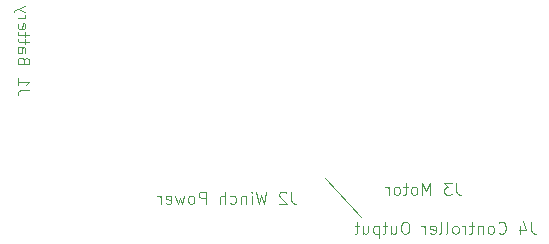
<source format=gbr>
%TF.GenerationSoftware,KiCad,Pcbnew,8.0.6*%
%TF.CreationDate,2025-01-03T13:59:32-07:00*%
%TF.ProjectId,Shutter current limit,53687574-7465-4722-9063-757272656e74,rev?*%
%TF.SameCoordinates,Original*%
%TF.FileFunction,Legend,Bot*%
%TF.FilePolarity,Positive*%
%FSLAX46Y46*%
G04 Gerber Fmt 4.6, Leading zero omitted, Abs format (unit mm)*
G04 Created by KiCad (PCBNEW 8.0.6) date 2025-01-03 13:59:32*
%MOMM*%
%LPD*%
G01*
G04 APERTURE LIST*
%ADD10C,0.100000*%
G04 APERTURE END LIST*
D10*
X94488000Y-138176000D02*
X91440000Y-134874000D01*
X66405580Y-127426401D02*
X65691295Y-127426401D01*
X65691295Y-127426401D02*
X65548438Y-127474020D01*
X65548438Y-127474020D02*
X65453200Y-127569258D01*
X65453200Y-127569258D02*
X65405580Y-127712115D01*
X65405580Y-127712115D02*
X65405580Y-127807353D01*
X65405580Y-126426401D02*
X65405580Y-126997829D01*
X65405580Y-126712115D02*
X66405580Y-126712115D01*
X66405580Y-126712115D02*
X66262723Y-126807353D01*
X66262723Y-126807353D02*
X66167485Y-126902591D01*
X66167485Y-126902591D02*
X66119866Y-126997829D01*
X65929390Y-124902591D02*
X65881771Y-124759734D01*
X65881771Y-124759734D02*
X65834152Y-124712115D01*
X65834152Y-124712115D02*
X65738914Y-124664496D01*
X65738914Y-124664496D02*
X65596057Y-124664496D01*
X65596057Y-124664496D02*
X65500819Y-124712115D01*
X65500819Y-124712115D02*
X65453200Y-124759734D01*
X65453200Y-124759734D02*
X65405580Y-124854972D01*
X65405580Y-124854972D02*
X65405580Y-125235924D01*
X65405580Y-125235924D02*
X66405580Y-125235924D01*
X66405580Y-125235924D02*
X66405580Y-124902591D01*
X66405580Y-124902591D02*
X66357961Y-124807353D01*
X66357961Y-124807353D02*
X66310342Y-124759734D01*
X66310342Y-124759734D02*
X66215104Y-124712115D01*
X66215104Y-124712115D02*
X66119866Y-124712115D01*
X66119866Y-124712115D02*
X66024628Y-124759734D01*
X66024628Y-124759734D02*
X65977009Y-124807353D01*
X65977009Y-124807353D02*
X65929390Y-124902591D01*
X65929390Y-124902591D02*
X65929390Y-125235924D01*
X65405580Y-123807353D02*
X65929390Y-123807353D01*
X65929390Y-123807353D02*
X66024628Y-123854972D01*
X66024628Y-123854972D02*
X66072247Y-123950210D01*
X66072247Y-123950210D02*
X66072247Y-124140686D01*
X66072247Y-124140686D02*
X66024628Y-124235924D01*
X65453200Y-123807353D02*
X65405580Y-123902591D01*
X65405580Y-123902591D02*
X65405580Y-124140686D01*
X65405580Y-124140686D02*
X65453200Y-124235924D01*
X65453200Y-124235924D02*
X65548438Y-124283543D01*
X65548438Y-124283543D02*
X65643676Y-124283543D01*
X65643676Y-124283543D02*
X65738914Y-124235924D01*
X65738914Y-124235924D02*
X65786533Y-124140686D01*
X65786533Y-124140686D02*
X65786533Y-123902591D01*
X65786533Y-123902591D02*
X65834152Y-123807353D01*
X66072247Y-123474019D02*
X66072247Y-123093067D01*
X66405580Y-123331162D02*
X65548438Y-123331162D01*
X65548438Y-123331162D02*
X65453200Y-123283543D01*
X65453200Y-123283543D02*
X65405580Y-123188305D01*
X65405580Y-123188305D02*
X65405580Y-123093067D01*
X66072247Y-122902590D02*
X66072247Y-122521638D01*
X66405580Y-122759733D02*
X65548438Y-122759733D01*
X65548438Y-122759733D02*
X65453200Y-122712114D01*
X65453200Y-122712114D02*
X65405580Y-122616876D01*
X65405580Y-122616876D02*
X65405580Y-122521638D01*
X65453200Y-121807352D02*
X65405580Y-121902590D01*
X65405580Y-121902590D02*
X65405580Y-122093066D01*
X65405580Y-122093066D02*
X65453200Y-122188304D01*
X65453200Y-122188304D02*
X65548438Y-122235923D01*
X65548438Y-122235923D02*
X65929390Y-122235923D01*
X65929390Y-122235923D02*
X66024628Y-122188304D01*
X66024628Y-122188304D02*
X66072247Y-122093066D01*
X66072247Y-122093066D02*
X66072247Y-121902590D01*
X66072247Y-121902590D02*
X66024628Y-121807352D01*
X66024628Y-121807352D02*
X65929390Y-121759733D01*
X65929390Y-121759733D02*
X65834152Y-121759733D01*
X65834152Y-121759733D02*
X65738914Y-122235923D01*
X65405580Y-121331161D02*
X66072247Y-121331161D01*
X65881771Y-121331161D02*
X65977009Y-121283542D01*
X65977009Y-121283542D02*
X66024628Y-121235923D01*
X66024628Y-121235923D02*
X66072247Y-121140685D01*
X66072247Y-121140685D02*
X66072247Y-121045447D01*
X66072247Y-120807351D02*
X65405580Y-120569256D01*
X66072247Y-120331161D02*
X65405580Y-120569256D01*
X65405580Y-120569256D02*
X65167485Y-120664494D01*
X65167485Y-120664494D02*
X65119866Y-120712113D01*
X65119866Y-120712113D02*
X65072247Y-120807351D01*
X102534401Y-135270419D02*
X102534401Y-135984704D01*
X102534401Y-135984704D02*
X102582020Y-136127561D01*
X102582020Y-136127561D02*
X102677258Y-136222800D01*
X102677258Y-136222800D02*
X102820115Y-136270419D01*
X102820115Y-136270419D02*
X102915353Y-136270419D01*
X102153448Y-135270419D02*
X101534401Y-135270419D01*
X101534401Y-135270419D02*
X101867734Y-135651371D01*
X101867734Y-135651371D02*
X101724877Y-135651371D01*
X101724877Y-135651371D02*
X101629639Y-135698990D01*
X101629639Y-135698990D02*
X101582020Y-135746609D01*
X101582020Y-135746609D02*
X101534401Y-135841847D01*
X101534401Y-135841847D02*
X101534401Y-136079942D01*
X101534401Y-136079942D02*
X101582020Y-136175180D01*
X101582020Y-136175180D02*
X101629639Y-136222800D01*
X101629639Y-136222800D02*
X101724877Y-136270419D01*
X101724877Y-136270419D02*
X102010591Y-136270419D01*
X102010591Y-136270419D02*
X102105829Y-136222800D01*
X102105829Y-136222800D02*
X102153448Y-136175180D01*
X100343924Y-136270419D02*
X100343924Y-135270419D01*
X100343924Y-135270419D02*
X100010591Y-135984704D01*
X100010591Y-135984704D02*
X99677258Y-135270419D01*
X99677258Y-135270419D02*
X99677258Y-136270419D01*
X99058210Y-136270419D02*
X99153448Y-136222800D01*
X99153448Y-136222800D02*
X99201067Y-136175180D01*
X99201067Y-136175180D02*
X99248686Y-136079942D01*
X99248686Y-136079942D02*
X99248686Y-135794228D01*
X99248686Y-135794228D02*
X99201067Y-135698990D01*
X99201067Y-135698990D02*
X99153448Y-135651371D01*
X99153448Y-135651371D02*
X99058210Y-135603752D01*
X99058210Y-135603752D02*
X98915353Y-135603752D01*
X98915353Y-135603752D02*
X98820115Y-135651371D01*
X98820115Y-135651371D02*
X98772496Y-135698990D01*
X98772496Y-135698990D02*
X98724877Y-135794228D01*
X98724877Y-135794228D02*
X98724877Y-136079942D01*
X98724877Y-136079942D02*
X98772496Y-136175180D01*
X98772496Y-136175180D02*
X98820115Y-136222800D01*
X98820115Y-136222800D02*
X98915353Y-136270419D01*
X98915353Y-136270419D02*
X99058210Y-136270419D01*
X98439162Y-135603752D02*
X98058210Y-135603752D01*
X98296305Y-135270419D02*
X98296305Y-136127561D01*
X98296305Y-136127561D02*
X98248686Y-136222800D01*
X98248686Y-136222800D02*
X98153448Y-136270419D01*
X98153448Y-136270419D02*
X98058210Y-136270419D01*
X97582019Y-136270419D02*
X97677257Y-136222800D01*
X97677257Y-136222800D02*
X97724876Y-136175180D01*
X97724876Y-136175180D02*
X97772495Y-136079942D01*
X97772495Y-136079942D02*
X97772495Y-135794228D01*
X97772495Y-135794228D02*
X97724876Y-135698990D01*
X97724876Y-135698990D02*
X97677257Y-135651371D01*
X97677257Y-135651371D02*
X97582019Y-135603752D01*
X97582019Y-135603752D02*
X97439162Y-135603752D01*
X97439162Y-135603752D02*
X97343924Y-135651371D01*
X97343924Y-135651371D02*
X97296305Y-135698990D01*
X97296305Y-135698990D02*
X97248686Y-135794228D01*
X97248686Y-135794228D02*
X97248686Y-136079942D01*
X97248686Y-136079942D02*
X97296305Y-136175180D01*
X97296305Y-136175180D02*
X97343924Y-136222800D01*
X97343924Y-136222800D02*
X97439162Y-136270419D01*
X97439162Y-136270419D02*
X97582019Y-136270419D01*
X96820114Y-136270419D02*
X96820114Y-135603752D01*
X96820114Y-135794228D02*
X96772495Y-135698990D01*
X96772495Y-135698990D02*
X96724876Y-135651371D01*
X96724876Y-135651371D02*
X96629638Y-135603752D01*
X96629638Y-135603752D02*
X96534400Y-135603752D01*
X88564401Y-136032419D02*
X88564401Y-136746704D01*
X88564401Y-136746704D02*
X88612020Y-136889561D01*
X88612020Y-136889561D02*
X88707258Y-136984800D01*
X88707258Y-136984800D02*
X88850115Y-137032419D01*
X88850115Y-137032419D02*
X88945353Y-137032419D01*
X88135829Y-136127657D02*
X88088210Y-136080038D01*
X88088210Y-136080038D02*
X87992972Y-136032419D01*
X87992972Y-136032419D02*
X87754877Y-136032419D01*
X87754877Y-136032419D02*
X87659639Y-136080038D01*
X87659639Y-136080038D02*
X87612020Y-136127657D01*
X87612020Y-136127657D02*
X87564401Y-136222895D01*
X87564401Y-136222895D02*
X87564401Y-136318133D01*
X87564401Y-136318133D02*
X87612020Y-136460990D01*
X87612020Y-136460990D02*
X88183448Y-137032419D01*
X88183448Y-137032419D02*
X87564401Y-137032419D01*
X86469162Y-136032419D02*
X86231067Y-137032419D01*
X86231067Y-137032419D02*
X86040591Y-136318133D01*
X86040591Y-136318133D02*
X85850115Y-137032419D01*
X85850115Y-137032419D02*
X85612020Y-136032419D01*
X85231067Y-137032419D02*
X85231067Y-136365752D01*
X85231067Y-136032419D02*
X85278686Y-136080038D01*
X85278686Y-136080038D02*
X85231067Y-136127657D01*
X85231067Y-136127657D02*
X85183448Y-136080038D01*
X85183448Y-136080038D02*
X85231067Y-136032419D01*
X85231067Y-136032419D02*
X85231067Y-136127657D01*
X84754877Y-136365752D02*
X84754877Y-137032419D01*
X84754877Y-136460990D02*
X84707258Y-136413371D01*
X84707258Y-136413371D02*
X84612020Y-136365752D01*
X84612020Y-136365752D02*
X84469163Y-136365752D01*
X84469163Y-136365752D02*
X84373925Y-136413371D01*
X84373925Y-136413371D02*
X84326306Y-136508609D01*
X84326306Y-136508609D02*
X84326306Y-137032419D01*
X83421544Y-136984800D02*
X83516782Y-137032419D01*
X83516782Y-137032419D02*
X83707258Y-137032419D01*
X83707258Y-137032419D02*
X83802496Y-136984800D01*
X83802496Y-136984800D02*
X83850115Y-136937180D01*
X83850115Y-136937180D02*
X83897734Y-136841942D01*
X83897734Y-136841942D02*
X83897734Y-136556228D01*
X83897734Y-136556228D02*
X83850115Y-136460990D01*
X83850115Y-136460990D02*
X83802496Y-136413371D01*
X83802496Y-136413371D02*
X83707258Y-136365752D01*
X83707258Y-136365752D02*
X83516782Y-136365752D01*
X83516782Y-136365752D02*
X83421544Y-136413371D01*
X82992972Y-137032419D02*
X82992972Y-136032419D01*
X82564401Y-137032419D02*
X82564401Y-136508609D01*
X82564401Y-136508609D02*
X82612020Y-136413371D01*
X82612020Y-136413371D02*
X82707258Y-136365752D01*
X82707258Y-136365752D02*
X82850115Y-136365752D01*
X82850115Y-136365752D02*
X82945353Y-136413371D01*
X82945353Y-136413371D02*
X82992972Y-136460990D01*
X81326305Y-137032419D02*
X81326305Y-136032419D01*
X81326305Y-136032419D02*
X80945353Y-136032419D01*
X80945353Y-136032419D02*
X80850115Y-136080038D01*
X80850115Y-136080038D02*
X80802496Y-136127657D01*
X80802496Y-136127657D02*
X80754877Y-136222895D01*
X80754877Y-136222895D02*
X80754877Y-136365752D01*
X80754877Y-136365752D02*
X80802496Y-136460990D01*
X80802496Y-136460990D02*
X80850115Y-136508609D01*
X80850115Y-136508609D02*
X80945353Y-136556228D01*
X80945353Y-136556228D02*
X81326305Y-136556228D01*
X80183448Y-137032419D02*
X80278686Y-136984800D01*
X80278686Y-136984800D02*
X80326305Y-136937180D01*
X80326305Y-136937180D02*
X80373924Y-136841942D01*
X80373924Y-136841942D02*
X80373924Y-136556228D01*
X80373924Y-136556228D02*
X80326305Y-136460990D01*
X80326305Y-136460990D02*
X80278686Y-136413371D01*
X80278686Y-136413371D02*
X80183448Y-136365752D01*
X80183448Y-136365752D02*
X80040591Y-136365752D01*
X80040591Y-136365752D02*
X79945353Y-136413371D01*
X79945353Y-136413371D02*
X79897734Y-136460990D01*
X79897734Y-136460990D02*
X79850115Y-136556228D01*
X79850115Y-136556228D02*
X79850115Y-136841942D01*
X79850115Y-136841942D02*
X79897734Y-136937180D01*
X79897734Y-136937180D02*
X79945353Y-136984800D01*
X79945353Y-136984800D02*
X80040591Y-137032419D01*
X80040591Y-137032419D02*
X80183448Y-137032419D01*
X79516781Y-136365752D02*
X79326305Y-137032419D01*
X79326305Y-137032419D02*
X79135829Y-136556228D01*
X79135829Y-136556228D02*
X78945353Y-137032419D01*
X78945353Y-137032419D02*
X78754877Y-136365752D01*
X77992972Y-136984800D02*
X78088210Y-137032419D01*
X78088210Y-137032419D02*
X78278686Y-137032419D01*
X78278686Y-137032419D02*
X78373924Y-136984800D01*
X78373924Y-136984800D02*
X78421543Y-136889561D01*
X78421543Y-136889561D02*
X78421543Y-136508609D01*
X78421543Y-136508609D02*
X78373924Y-136413371D01*
X78373924Y-136413371D02*
X78278686Y-136365752D01*
X78278686Y-136365752D02*
X78088210Y-136365752D01*
X78088210Y-136365752D02*
X77992972Y-136413371D01*
X77992972Y-136413371D02*
X77945353Y-136508609D01*
X77945353Y-136508609D02*
X77945353Y-136603847D01*
X77945353Y-136603847D02*
X78421543Y-136699085D01*
X77516781Y-137032419D02*
X77516781Y-136365752D01*
X77516781Y-136556228D02*
X77469162Y-136460990D01*
X77469162Y-136460990D02*
X77421543Y-136413371D01*
X77421543Y-136413371D02*
X77326305Y-136365752D01*
X77326305Y-136365752D02*
X77231067Y-136365752D01*
X108884401Y-138572419D02*
X108884401Y-139286704D01*
X108884401Y-139286704D02*
X108932020Y-139429561D01*
X108932020Y-139429561D02*
X109027258Y-139524800D01*
X109027258Y-139524800D02*
X109170115Y-139572419D01*
X109170115Y-139572419D02*
X109265353Y-139572419D01*
X107979639Y-138905752D02*
X107979639Y-139572419D01*
X108217734Y-138524800D02*
X108455829Y-139239085D01*
X108455829Y-139239085D02*
X107836782Y-139239085D01*
X106122496Y-139477180D02*
X106170115Y-139524800D01*
X106170115Y-139524800D02*
X106312972Y-139572419D01*
X106312972Y-139572419D02*
X106408210Y-139572419D01*
X106408210Y-139572419D02*
X106551067Y-139524800D01*
X106551067Y-139524800D02*
X106646305Y-139429561D01*
X106646305Y-139429561D02*
X106693924Y-139334323D01*
X106693924Y-139334323D02*
X106741543Y-139143847D01*
X106741543Y-139143847D02*
X106741543Y-139000990D01*
X106741543Y-139000990D02*
X106693924Y-138810514D01*
X106693924Y-138810514D02*
X106646305Y-138715276D01*
X106646305Y-138715276D02*
X106551067Y-138620038D01*
X106551067Y-138620038D02*
X106408210Y-138572419D01*
X106408210Y-138572419D02*
X106312972Y-138572419D01*
X106312972Y-138572419D02*
X106170115Y-138620038D01*
X106170115Y-138620038D02*
X106122496Y-138667657D01*
X105551067Y-139572419D02*
X105646305Y-139524800D01*
X105646305Y-139524800D02*
X105693924Y-139477180D01*
X105693924Y-139477180D02*
X105741543Y-139381942D01*
X105741543Y-139381942D02*
X105741543Y-139096228D01*
X105741543Y-139096228D02*
X105693924Y-139000990D01*
X105693924Y-139000990D02*
X105646305Y-138953371D01*
X105646305Y-138953371D02*
X105551067Y-138905752D01*
X105551067Y-138905752D02*
X105408210Y-138905752D01*
X105408210Y-138905752D02*
X105312972Y-138953371D01*
X105312972Y-138953371D02*
X105265353Y-139000990D01*
X105265353Y-139000990D02*
X105217734Y-139096228D01*
X105217734Y-139096228D02*
X105217734Y-139381942D01*
X105217734Y-139381942D02*
X105265353Y-139477180D01*
X105265353Y-139477180D02*
X105312972Y-139524800D01*
X105312972Y-139524800D02*
X105408210Y-139572419D01*
X105408210Y-139572419D02*
X105551067Y-139572419D01*
X104789162Y-138905752D02*
X104789162Y-139572419D01*
X104789162Y-139000990D02*
X104741543Y-138953371D01*
X104741543Y-138953371D02*
X104646305Y-138905752D01*
X104646305Y-138905752D02*
X104503448Y-138905752D01*
X104503448Y-138905752D02*
X104408210Y-138953371D01*
X104408210Y-138953371D02*
X104360591Y-139048609D01*
X104360591Y-139048609D02*
X104360591Y-139572419D01*
X104027257Y-138905752D02*
X103646305Y-138905752D01*
X103884400Y-138572419D02*
X103884400Y-139429561D01*
X103884400Y-139429561D02*
X103836781Y-139524800D01*
X103836781Y-139524800D02*
X103741543Y-139572419D01*
X103741543Y-139572419D02*
X103646305Y-139572419D01*
X103312971Y-139572419D02*
X103312971Y-138905752D01*
X103312971Y-139096228D02*
X103265352Y-139000990D01*
X103265352Y-139000990D02*
X103217733Y-138953371D01*
X103217733Y-138953371D02*
X103122495Y-138905752D01*
X103122495Y-138905752D02*
X103027257Y-138905752D01*
X102551066Y-139572419D02*
X102646304Y-139524800D01*
X102646304Y-139524800D02*
X102693923Y-139477180D01*
X102693923Y-139477180D02*
X102741542Y-139381942D01*
X102741542Y-139381942D02*
X102741542Y-139096228D01*
X102741542Y-139096228D02*
X102693923Y-139000990D01*
X102693923Y-139000990D02*
X102646304Y-138953371D01*
X102646304Y-138953371D02*
X102551066Y-138905752D01*
X102551066Y-138905752D02*
X102408209Y-138905752D01*
X102408209Y-138905752D02*
X102312971Y-138953371D01*
X102312971Y-138953371D02*
X102265352Y-139000990D01*
X102265352Y-139000990D02*
X102217733Y-139096228D01*
X102217733Y-139096228D02*
X102217733Y-139381942D01*
X102217733Y-139381942D02*
X102265352Y-139477180D01*
X102265352Y-139477180D02*
X102312971Y-139524800D01*
X102312971Y-139524800D02*
X102408209Y-139572419D01*
X102408209Y-139572419D02*
X102551066Y-139572419D01*
X101646304Y-139572419D02*
X101741542Y-139524800D01*
X101741542Y-139524800D02*
X101789161Y-139429561D01*
X101789161Y-139429561D02*
X101789161Y-138572419D01*
X101122494Y-139572419D02*
X101217732Y-139524800D01*
X101217732Y-139524800D02*
X101265351Y-139429561D01*
X101265351Y-139429561D02*
X101265351Y-138572419D01*
X100360589Y-139524800D02*
X100455827Y-139572419D01*
X100455827Y-139572419D02*
X100646303Y-139572419D01*
X100646303Y-139572419D02*
X100741541Y-139524800D01*
X100741541Y-139524800D02*
X100789160Y-139429561D01*
X100789160Y-139429561D02*
X100789160Y-139048609D01*
X100789160Y-139048609D02*
X100741541Y-138953371D01*
X100741541Y-138953371D02*
X100646303Y-138905752D01*
X100646303Y-138905752D02*
X100455827Y-138905752D01*
X100455827Y-138905752D02*
X100360589Y-138953371D01*
X100360589Y-138953371D02*
X100312970Y-139048609D01*
X100312970Y-139048609D02*
X100312970Y-139143847D01*
X100312970Y-139143847D02*
X100789160Y-139239085D01*
X99884398Y-139572419D02*
X99884398Y-138905752D01*
X99884398Y-139096228D02*
X99836779Y-139000990D01*
X99836779Y-139000990D02*
X99789160Y-138953371D01*
X99789160Y-138953371D02*
X99693922Y-138905752D01*
X99693922Y-138905752D02*
X99598684Y-138905752D01*
X98312969Y-138572419D02*
X98122493Y-138572419D01*
X98122493Y-138572419D02*
X98027255Y-138620038D01*
X98027255Y-138620038D02*
X97932017Y-138715276D01*
X97932017Y-138715276D02*
X97884398Y-138905752D01*
X97884398Y-138905752D02*
X97884398Y-139239085D01*
X97884398Y-139239085D02*
X97932017Y-139429561D01*
X97932017Y-139429561D02*
X98027255Y-139524800D01*
X98027255Y-139524800D02*
X98122493Y-139572419D01*
X98122493Y-139572419D02*
X98312969Y-139572419D01*
X98312969Y-139572419D02*
X98408207Y-139524800D01*
X98408207Y-139524800D02*
X98503445Y-139429561D01*
X98503445Y-139429561D02*
X98551064Y-139239085D01*
X98551064Y-139239085D02*
X98551064Y-138905752D01*
X98551064Y-138905752D02*
X98503445Y-138715276D01*
X98503445Y-138715276D02*
X98408207Y-138620038D01*
X98408207Y-138620038D02*
X98312969Y-138572419D01*
X97027255Y-138905752D02*
X97027255Y-139572419D01*
X97455826Y-138905752D02*
X97455826Y-139429561D01*
X97455826Y-139429561D02*
X97408207Y-139524800D01*
X97408207Y-139524800D02*
X97312969Y-139572419D01*
X97312969Y-139572419D02*
X97170112Y-139572419D01*
X97170112Y-139572419D02*
X97074874Y-139524800D01*
X97074874Y-139524800D02*
X97027255Y-139477180D01*
X96693921Y-138905752D02*
X96312969Y-138905752D01*
X96551064Y-138572419D02*
X96551064Y-139429561D01*
X96551064Y-139429561D02*
X96503445Y-139524800D01*
X96503445Y-139524800D02*
X96408207Y-139572419D01*
X96408207Y-139572419D02*
X96312969Y-139572419D01*
X95979635Y-138905752D02*
X95979635Y-139905752D01*
X95979635Y-138953371D02*
X95884397Y-138905752D01*
X95884397Y-138905752D02*
X95693921Y-138905752D01*
X95693921Y-138905752D02*
X95598683Y-138953371D01*
X95598683Y-138953371D02*
X95551064Y-139000990D01*
X95551064Y-139000990D02*
X95503445Y-139096228D01*
X95503445Y-139096228D02*
X95503445Y-139381942D01*
X95503445Y-139381942D02*
X95551064Y-139477180D01*
X95551064Y-139477180D02*
X95598683Y-139524800D01*
X95598683Y-139524800D02*
X95693921Y-139572419D01*
X95693921Y-139572419D02*
X95884397Y-139572419D01*
X95884397Y-139572419D02*
X95979635Y-139524800D01*
X94646302Y-138905752D02*
X94646302Y-139572419D01*
X95074873Y-138905752D02*
X95074873Y-139429561D01*
X95074873Y-139429561D02*
X95027254Y-139524800D01*
X95027254Y-139524800D02*
X94932016Y-139572419D01*
X94932016Y-139572419D02*
X94789159Y-139572419D01*
X94789159Y-139572419D02*
X94693921Y-139524800D01*
X94693921Y-139524800D02*
X94646302Y-139477180D01*
X94312968Y-138905752D02*
X93932016Y-138905752D01*
X94170111Y-138572419D02*
X94170111Y-139429561D01*
X94170111Y-139429561D02*
X94122492Y-139524800D01*
X94122492Y-139524800D02*
X94027254Y-139572419D01*
X94027254Y-139572419D02*
X93932016Y-139572419D01*
M02*

</source>
